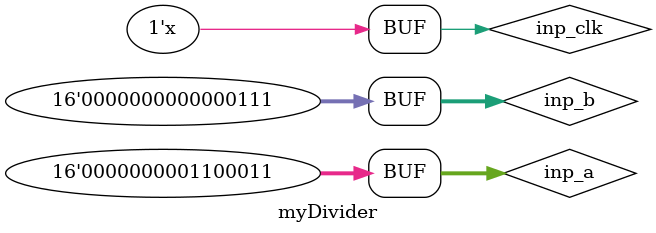
<source format=v>
`timescale 1ns / 1ps


module myDivider;

	// Inputs
	reg inp_clk;
	reg [15:0] inp_a;
	reg [15:0] inp_b;

	// Outputs
	wire out_done;
	wire [31:0] out_result;

	// Instantiate the Unit Under Test (UUT)
	divider uut (
		.inp_clk(inp_clk), 
		.inp_a(inp_a), 
		.inp_b(inp_b), 
		.out_done(out_done), 
		.out_result(out_result)
	);

	initial begin
		// Initialize Inputs
		inp_clk = 0;
		inp_a = 30576;
		inp_b = 16;

		// Wait 100 ns for global reset to finish
		#100;
		inp_a = 30578;
		inp_b = 16;
		
		#100;
		inp_a =99;
		inp_b = 7;

        
		// Add stimulus here

	end
	
	always
	begin
	#2
	inp_clk = ~ inp_clk;
	end
      
endmodule


</source>
